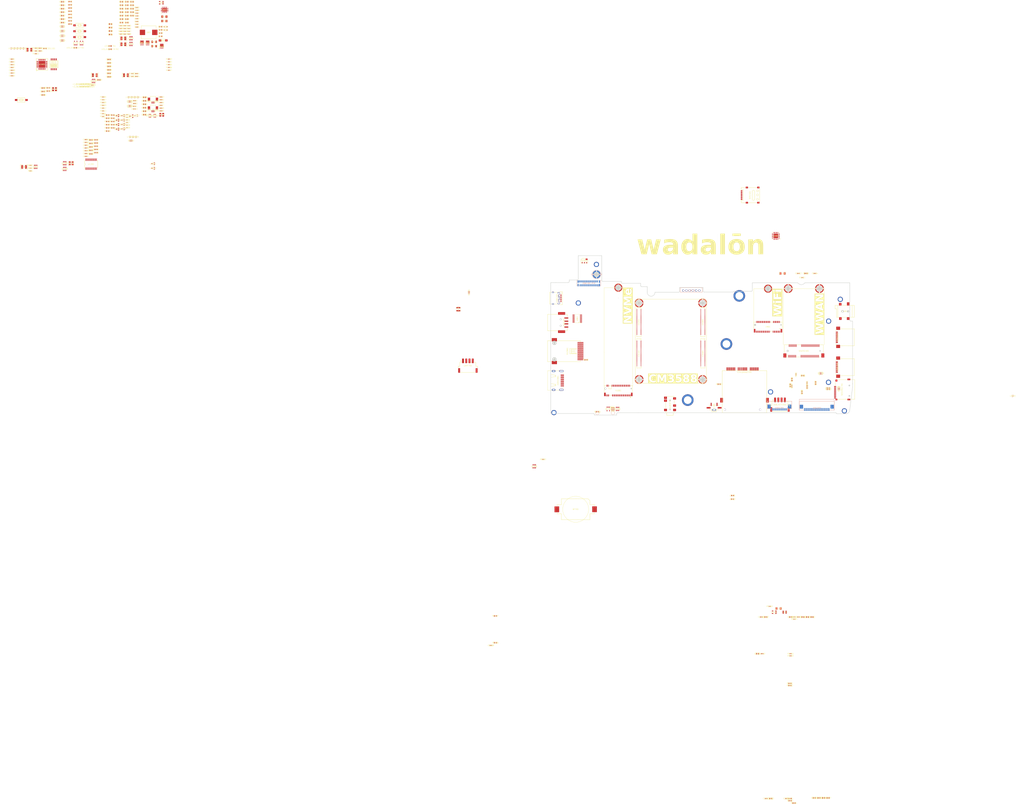
<source format=kicad_pcb>
(kicad_pcb
	(version 20241229)
	(generator "pcbnew")
	(generator_version "9.0")
	(general
		(thickness 1.6)
		(legacy_teardrops no)
	)
	(paper "A4")
	(layers
		(0 "F.Cu" signal "Top Layer")
		(4 "In1.Cu" signal "Inner1")
		(6 "In2.Cu" signal "Inner2")
		(2 "B.Cu" signal "Bottom Layer")
		(9 "F.Adhes" user "F.Adhesive")
		(11 "B.Adhes" user "B.Adhesive")
		(13 "F.Paste" user "Top Paste Mask Layer")
		(15 "B.Paste" user "Bottom Paste Mask Layer")
		(5 "F.SilkS" user "Top Silkscreen Layer")
		(7 "B.SilkS" user "Bottom Silkscreen Layer")
		(1 "F.Mask" user "Top Solder Mask Layer")
		(3 "B.Mask" user "Bottom Solder Mask Layer")
		(17 "Dwgs.User" user "Document Layer")
		(19 "Cmts.User" user "User.Comments")
		(21 "Eco1.User" user "User.Eco1")
		(23 "Eco2.User" user "Mechanical Layer")
		(25 "Edge.Cuts" user "Edge Cuts")
		(27 "Margin" user)
		(31 "F.CrtYd" user "F.Courtyard")
		(29 "B.CrtYd" user "B.Courtyard")
		(35 "F.Fab" user "Top Assembly Layer")
		(33 "B.Fab" user "Bottom Assembly Layer")
		(39 "User.1" user "Ratline Layer")
		(41 "User.2" user "Component Shape Layer")
		(43 "User.3" user "Component Marking Layer")
		(45 "User.4" user "3D Shell Outline Layer")
		(47 "User.5" user "3D Shell Top Layer")
		(49 "User.6" user "3D Shell Bottom Layer")
		(51 "User.7" user "Drill Drawing Layer")
	)
	(setup
		(pad_to_mask_clearance 0)
		(allow_soldermask_bridges_in_footprints no)
		(tenting front back)
		(aux_axis_origin 20 60)
		(pcbplotparams
			(layerselection 0x00000000_00000000_55555555_5755f5ff)
			(plot_on_all_layers_selection 0x00000000_00000000_00000000_00000000)
			(disableapertmacros no)
			(usegerberextensions no)
			(usegerberattributes yes)
			(usegerberadvancedattributes yes)
			(creategerberjobfile yes)
			(dashed_line_dash_ratio 12.000000)
			(dashed_line_gap_ratio 3.000000)
			(svgprecision 4)
			(plotframeref no)
			(mode 1)
			(useauxorigin no)
			(hpglpennumber 1)
			(hpglpenspeed 20)
			(hpglpendiameter 15.000000)
			(pdf_front_fp_property_popups yes)
			(pdf_back_fp_property_popups yes)
			(pdf_metadata yes)
			(pdf_single_document no)
			(dxfpolygonmode yes)
			(dxfimperialunits yes)
			(dxfusepcbnewfont yes)
			(psnegative no)
			(psa4output no)
			(plot_black_and_white yes)
			(plotinvisibletext no)
			(sketchpadsonfab no)
			(plotpadnumbers no)
			(hidednponfab no)
			(sketchdnponfab yes)
			(crossoutdnponfab yes)
			(subtractmaskfromsilk no)
			(outputformat 1)
			(mirror no)
			(drillshape 1)
			(scaleselection 1)
			(outputdirectory "")
		)
	)
	(net 0 "")
	(net 1 "GND")
	(net 2 "+3.3V")
	(net 3 "+5V_CURR2")
	(net 4 "I2C1_SCL")
	(net 5 "I2C1_SDA")
	(net 6 "PWR_BTN_H")
	(net 7 "+3.3V_KEY")
	(net 8 "GND_KEY")
	(net 9 "USB_KEYBOARD_DM")
	(net 10 "USB_KEYBOARD_DP")
	(net 11 "USB_LTE_DM")
	(net 12 "USB_LTE_DP")
	(net 13 "COL1")
	(net 14 "COL2")
	(net 15 "COL3")
	(net 16 "COL4")
	(net 17 "COL5")
	(net 18 "COL6")
	(net 19 "COL7")
	(net 20 "COL8")
	(net 21 "COL9")
	(net 22 "COL10")
	(net 23 "COL11")
	(net 24 "COL12")
	(net 25 "ROW8")
	(net 26 "ROW7")
	(net 27 "ROW6")
	(net 28 "ROW5")
	(net 29 "ROW4")
	(net 30 "ROW3")
	(net 31 "ROW2")
	(net 32 "ROW1")
	(net 33 "PWRON_L")
	(net 34 "+12V")
	(net 35 "UART2_RX_M0_DEBUG")
	(net 36 "LED3_25GLAN_25GLED")
	(net 37 "LED2_25GLAN_1GLED")
	(net 38 "P25G_MDI0_P")
	(net 39 "P25G_MDI0_N")
	(net 40 "P25G_MDI1_P")
	(net 41 "P25G_MDI1_N")
	(net 42 "P25G_MDI2_P")
	(net 43 "P25G_MDI2_N")
	(net 44 "P25G_MDI3_P")
	(net 45 "P25G_MDI3_N")
	(net 46 "MIPI_CSI1_RX_D0_N")
	(net 47 "MIPI_CSI1_RX_D0_P")
	(net 48 "MIPI_CSI1_RX_D1_N")
	(net 49 "MIPI_CSI1_RX_D1_P")
	(net 50 "MIPI_CSI1_RX_CLK0_N")
	(net 51 "MIPI_CSI1_RX_CLK0_P")
	(net 52 "MIPI_CSI1_RX_D2_N")
	(net 53 "MIPI_CSI1_RX_D2_P")
	(net 54 "MIPI_CSI1_RX_D3_N")
	(net 55 "MIPI_CSI1_RX_D3_P")
	(net 56 "PMIC_EXT_EN_OUT")
	(net 57 "BOOT_SARADAC_IN0")
	(net 58 "UART2_TX_M0_DEBUG")
	(net 59 "VDC_MODE")
	(net 60 "RESET_L")
	(net 61 "TYPEC1_SSRX1_N")
	(net 62 "TYPEC1_SSRX1_P")
	(net 63 "TYPEC1_SSTX1_N")
	(net 64 "TYPEC1_SSTX1_P")
	(net 65 "TYPEC0_SSRX1_N")
	(net 66 "TYPEC0_SSRX1_P")
	(net 67 "TYPEC0_SSTX1_N")
	(net 68 "TYPEC0_SSTX1_P")
	(net 69 "TYPEC0_SSRX2_N")
	(net 70 "TYPEC0_SSRX2_P")
	(net 71 "TYPEC0_SSTX2_N")
	(net 72 "TYPEC0_SSTX2_P")
	(net 73 "MIPI_DPHY0_TX_D0_N")
	(net 74 "MIPI_DPHY0_TX_D0_P")
	(net 75 "MIPI_DPHY0_TX_D1_N")
	(net 76 "MIPI_DPHY0_TX_D1_P")
	(net 77 "MIPI_DPHY0_TX_CLK_N")
	(net 78 "MIPI_DPHY0_TX_CLK_P")
	(net 79 "MIPI_DPHY0_TX_D2_N")
	(net 80 "MIPI_DPHY0_TX_D2_P")
	(net 81 "MIPI_DPHY0_TX_D3_N")
	(net 82 "MIPI_DPHY0_TX_D3_P")
	(net 83 "I2C7_SCL_M0")
	(net 84 "I2C7_SDA_M0")
	(net 85 "HPR")
	(net 86 "RECOVERY")
	(net 87 "MIC_IN")
	(net 88 "HPL")
	(net 89 "GND_AUDIO")
	(net 90 "PWR_BTN_L")
	(net 91 "PCIE30_PORT0_TX0_P")
	(net 92 "PCIE30_PORT0_TX0_N")
	(net 93 "PCIE30_PORT0_TX1_P")
	(net 94 "PCIE30_PORT0_TX1_N")
	(net 95 "PCIE30_PORT1_RX2_P")
	(net 96 "PCIE30_PORT1_RX2_N")
	(net 97 "PCIE30_PORT1_RX3_P")
	(net 98 "PCIE30_PORT1_RX3_N")
	(net 99 "PCIE30_PORT1_TX2_P")
	(net 100 "PCIE30_PORT1_TX2_N")
	(net 101 "PCIE30_PORT1_TX3_P")
	(net 102 "PCIE30_PORT1_TX3_N")
	(net 103 "PCIE30_PORT1_REFCLK_IN_P")
	(net 104 "PCIE30_PORT1_REFCLK_IN_N")
	(net 105 "I2C6_SCL_M0")
	(net 106 "I2C6_SDA_M0")
	(net 107 "VBAT_RTC")
	(net 108 "HDMITX1_HPDIN_M0")
	(net 109 "HDMITX0_HPDIN_M0")
	(net 110 "USB30_2_SSTX_N")
	(net 111 "USB30_2_SSTX_P")
	(net 112 "USB30_2_SSRX_N")
	(net 113 "USB30_2_SSRX_P")
	(net 114 "PCIE30_PORT0_REFCLK_IN_N")
	(net 115 "PCIE30_PORT0_REFCLK_IN_P")
	(net 116 "PCIE30_PORT0_RX1_N")
	(net 117 "PCIE30_PORT0_RX1_P")
	(net 118 "PCIE30_PORT0_RX0_N")
	(net 119 "PCIE30_PORT0_RX0_P")
	(net 120 "HDMI_RX_D2_P")
	(net 121 "HDMI_RX_D2_N")
	(net 122 "HDMI_RX_D1_P")
	(net 123 "HDMI_RX_D1_N")
	(net 124 "HDMI_RX_D0_P")
	(net 125 "HDMI_RX_D0_N")
	(net 126 "HDMI_RX_CLK_P")
	(net 127 "HDMI_RX_CLK_N")
	(net 128 "SDMMC0_D2")
	(net 129 "SDMMC0_D3")
	(net 130 "SDMMC0_CMD")
	(net 131 "VCC3V3_SD_S0")
	(net 132 "SD_CLK")
	(net 133 "SDMMC0_D0")
	(net 134 "SDMMC0_D1")
	(net 135 "HDMI_RX_SCL_M1")
	(net 136 "HDMI_RX_SDA_M1")
	(net 137 "HDMI_RX_CEC")
	(net 138 "HDMIIRX_HPDOUT_H")
	(net 139 "GPIO3_B2")
	(net 140 "GPIO3_B3")
	(net 141 "HDMI1_ON_H")
	(net 142 "HDMI1_CEC_M2")
	(net 143 "HDMI1_SDA_M1")
	(net 144 "HDMI1_SCL_M1")
	(net 145 "HDMI0_ON_H")
	(net 146 "HDMI0_CEC_M0")
	(net 147 "HDMI0_SDA_M0")
	(net 148 "HDMI0_SCL_M0")
	(net 149 "HDMI0_TX_SBD_N")
	(net 150 "HDMI0_TX_SBD_P")
	(net 151 "HDMI0_TX3_N")
	(net 152 "HDMI0_TX3_P")
	(net 153 "HDMI0_TX0_N")
	(net 154 "HDMI0_TX0_P")
	(net 155 "HDMI0_TX1_N")
	(net 156 "HDMI0_TX1_P")
	(net 157 "HDMI0_TX2_N")
	(net 158 "HDMI0_TX2_P")
	(net 159 "HDMI1_TX_SBD_N")
	(net 160 "HDMI1_TX_SBD_P")
	(net 161 "HDMI1_TX3_N")
	(net 162 "HDMI1_TX3_P")
	(net 163 "HDMI1_TX0_N")
	(net 164 "HDMI1_TX0_P")
	(net 165 "HDMI1_TX1_N")
	(net 166 "HDMI1_TX1_P")
	(net 167 "HDMI1_TX2_N")
	(net 168 "HDMI1_TX2_P")
	(net 169 "TYPEC0_SBU2_OUT")
	(net 170 "TYPEC0_SBU1_OUT")
	(net 171 "TYPEC0_OTG_DP")
	(net 172 "TYPEC0_OTG_DM")
	(net 173 "TYPEC1_OTG_DP")
	(net 174 "TYPEC1_OTG_DM")
	(net 175 "USB20_HOST0_DP")
	(net 176 "USB20_HOST0_DM")
	(net 177 "USB20_HOST1_DM")
	(net 178 "USB20_HOST1_DP")
	(net 179 "+3.3V_CFEXPRESS")
	(net 180 "PCIE30_REFCLK_A_N")
	(net 181 "PCIE30_REFCLK_A_P")
	(net 182 "Net-(U901-SW)")
	(net 183 "Net-(U901-VBST)")
	(net 184 "+1.5V_WWAN")
	(net 185 "+3.3V_WWAN")
	(net 186 "+3.3V_WIFI")
	(net 187 "Net-(U901-VFB)")
	(net 188 "Net-(U1401-FB)")
	(net 189 "Net-(U1402-SW)")
	(net 190 "Net-(U1402-VBST)")
	(net 191 "+1.8V")
	(net 192 "PCIE20_1_REFCLKN")
	(net 193 "PCIE20_1_REFCLKP")
	(net 194 "+3.3V_NVME")
	(net 195 "Net-(U1402-VFB)")
	(net 196 "Net-(U1601-MICBIAS)")
	(net 197 "Net-(U1601-VMID)")
	(net 198 "Net-(U1601-RINPUT1)")
	(net 199 "Net-(C1605-Pad1)")
	(net 200 "Net-(MIC1601-OUT)")
	(net 201 "unconnected-(D2001-I{slash}O_3-Pad4)")
	(net 202 "unconnected-(D2001-GND-Pad8)")
	(net 203 "unconnected-(D2001-I{slash}O_4-Pad5)")
	(net 204 "Net-(C1301-Pad1)")
	(net 205 "Net-(U1401-LX)")
	(net 206 "Net-(C1610-Pad1)")
	(net 207 "Net-(MIC1602-OUT)")
	(net 208 "Net-(U901-EN)")
	(net 209 "Net-(U1001-EN)")
	(net 210 "GPIO1_B0{slash}CFEXPRESS_INSERT")
	(net 211 "GPIO4_B5{slash}M2_A_CLKREQ_L")
	(net 212 "Net-(SW1101-1)")
	(net 213 "GPIO0_D5{slash}CFEXPRESS_EJECT")
	(net 214 "Net-(LED_CFEXPRESS1101-K)")
	(net 215 "Net-(U1301-PGAND)")
	(net 216 "Net-(U1402-EN)")
	(net 217 "GPIO2_C3{slash}PCM_IN{slash}I2S_SD_IN")
	(net 218 "Net-(U1601-ADCDAT)")
	(net 219 "Net-(U1601-DACDAT)")
	(net 220 "GPIO4_C3{slash}PCM_OUT{slash}I2S_SD_OUT")
	(net 221 "Net-(U1601-BCLK)")
	(net 222 "/I2S Audiocodec WM8960/I2S_ADC")
	(net 223 "GPIO2_C0{slash}PCM_SYNC{slash}I2S_WS")
	(net 224 "Net-(U1601-ADCLRC)")
	(net 225 "Net-(X1601-OUTPUT)")
	(net 226 "Net-(U1601-MCLK)")
	(net 227 "Net-(D1701-I{slash}O_1)")
	(net 228 "Net-(D1701-I{slash}O_2)")
	(net 229 "GPIO3_D0{slash}I2C5_SDA_M0_TP")
	(net 230 "GPIO3_C7{slash}I2C5_SCL_M0_TP")
	(net 231 "Net-(RJ2001-LED2+{slash}LED2-)")
	(net 232 "Net-(R2001-Pad1)")
	(net 233 "Net-(RJ2001-LED1+)")
	(net 234 "unconnected-(U801-S1-Pad3)")
	(net 235 "unconnected-(U801-S2-Pad4)")
	(net 236 "unconnected-(U801-X2-Pad6)")
	(net 237 "unconnected-(U801-VDDXD-Pad1)")
	(net 238 "unconnected-(U801-X1-Pad5)")
	(net 239 "unconnected-(U801-S0-Pad2)")
	(net 240 "Net-(U1001-SW)")
	(net 241 "Net-(U1101-VFB)")
	(net 242 "Net-(U1101-SW)")
	(net 243 "Net-(U1101-EN)")
	(net 244 "GPIO3_B7{slash}CFEXPRESS_LED")
	(net 245 "Net-(LED_CFEXPRESS1101-A)")
	(net 246 "unconnected-(U1601-LINPUT3{slash}JD2-Pad2)")
	(net 247 "unconnected-(U1601-LINPUT2-Pad3)")
	(net 248 "Net-(U1601-LINPUT1)")
	(net 249 "unconnected-(AUDIO701-Pad5)")
	(net 250 "unconnected-(AUDIO701-Pad2)")
	(net 251 "unconnected-(AUDIO701-Pad6)")
	(net 252 "unconnected-(AUDIO701-Pad1)")
	(net 253 "unconnected-(AUDIO701-Pad3)")
	(net 254 "unconnected-(AUDIO701-Pad4)")
	(net 255 "Net-(U601-NTC)")
	(net 256 "Net-(U601-BATSENS+)")
	(net 257 "unconnected-(BT701-Pad2)")
	(net 258 "unconnected-(BT701-Pad3)")
	(net 259 "Net-(D601-C)")
	(net 260 "Net-(Q602-G)")
	(net 261 "Net-(Q602-D)")
	(net 262 "Net-(C607-Pad2)")
	(net 263 "Net-(U601-BOOST)")
	(net 264 "Net-(U601-CELLS1)")
	(net 265 "Net-(U601-CELLS0)")
	(net 266 "Net-(U602-SW)")
	(net 267 "Net-(U602-VBST)")
	(net 268 "Net-(U602-VFB)")
	(net 269 "Net-(U604-SW)")
	(net 270 "Net-(U604-VBST)")
	(net 271 "<NO NET>")
	(net 272 "Net-(U604-VFB)")
	(net 273 "Net-(U1001-VBST)")
	(net 274 "Net-(U1001-VFB)")
	(net 275 "Net-(U1101-VBST)")
	(net 276 "Net-(U1301-X2)")
	(net 277 "Net-(U1301-X1)")
	(net 278 "Net-(U1301-RESET#)")
	(net 279 "Net-(U1501-XTAL1)")
	(net 280 "Net-(U1501-UCap)")
	(net 281 "Net-(U1501-XTAL2)")
	(net 282 "/HDMI Connector/HDMI_5V")
	(net 283 "Net-(CFexpress1101-PETn0)")
	(net 284 "unconnected-(CFexpress1101-RESERVED-Pad8)")
	(net 285 "Net-(CFexpress1101-REFCLK+)")
	(net 286 "Net-(CFexpress1101-PERn0)")
	(net 287 "Net-(CFexpress1101-REFCLK-)")
	(net 288 "GPIO4_B6{slash}M2_A_PERST_L")
	(net 289 "Net-(CFexpress1101-PERp1)")
	(net 290 "Net-(CFexpress1101-PETp0)")
	(net 291 "Net-(CFexpress1101-PERn1)")
	(net 292 "Net-(CFexpress1101-PETp1)")
	(net 293 "Net-(CFexpress1101-PETn1)")
	(net 294 "Net-(CFexpress1101-PERp0)")
	(net 295 "unconnected-(CFexpress1101-RESERVED-Pad7)")
	(net 296 "GPIO2_B5{slash}FSPI_RESET")
	(net 297 "unconnected-(CN201-Pad99)")
	(net 298 "GPIO2_B3{slash}FSPI_CLK_M1")
	(net 299 "GPIO2_C1{slash}MIPI_CAM2_RESET_L")
	(net 300 "GPIO2_A7{slash}FSPI_D1_M1")
	(net 301 "MIPI_CSI1_RX_CLK1_N")
	(net 302 "unconnected-(CN201-Pad97)")
	(net 303 "unconnected-(CN201-Pad50)")
	(net 304 "GPIO1_B7{slash}MIPI_CAM2_CLKOUT")
	(net 305 "unconnected-(CN201-Pad42)")
	(net 306 "unconnected-(CN201-Pad62)")
	(net 307 "unconnected-(CN201-Pad66)")
	(net 308 "unconnected-(CN201-Pad71)")
	(net 309 "unconnected-(CN201-Pad31)")
	(net 310 "unconnected-(CN201-Pad36)")
	(net 311 "unconnected-(CN201-Pad44)")
	(net 312 "unconnected-(CN201-Pad68)")
	(net 313 "GPIO2_B4{slash}FSPI_WAKE")
	(net 314 "unconnected-(CN201-Pad48)")
	(net 315 "MIPI_CSI1_RX_CLK1_P")
	(net 316 "unconnected-(CN201-Pad60)")
	(net 317 "GPIO2_B0{slash}FSPI_D2_M1")
	(net 318 "GPIO4_C5{slash}MIPI_CAM1_PDN_L{slash}BT_WAKE_L")
	(net 319 "GPIO2_B2{slash}FSPI_CMD")
	(net 320 "GPIO2_B1{slash}FSPI_D3_M1")
	(net 321 "GPIO2_C2{slash}MIPI_CAM2_PDN_L")
	(net 322 "GPIO4_C4{slash}MIPI_CAM1_RESET_L{slash}WIFI_DISABLE")
	(net 323 "unconnected-(CN201-Pad14)")
	(net 324 "unconnected-(CN201-Pad54)")
	(net 325 "unconnected-(CN201-Pad26)")
	(net 326 "GPIO2_A6{slash}FSPI_D0_M1")
	(net 327 "unconnected-(CN201-Pad29)")
	(net 328 "unconnected-(CN201-Pad56)")
	(net 329 "unconnected-(CN201-Pad38)")
	(net 330 "unconnected-(CN301-Pad85)")
	(net 331 "unconnected-(CN301-Pad56)")
	(net 332 "unconnected-(CN301-Pad26)")
	(net 333 "unconnected-(CN301-Pad24)")
	(net 334 "unconnected-(CN301-Pad77)")
	(net 335 "unconnected-(CN301-Pad80)")
	(net 336 "unconnected-(CN301-Pad83)")
	(net 337 "unconnected-(CN301-Pad17)")
	(net 338 "unconnected-(CN301-Pad78)")
	(net 339 "unconnected-(CN301-Pad72)")
	(net 340 "unconnected-(CN301-Pad86)")
	(net 341 "unconnected-(CN301-Pad32)")
	(net 342 "unconnected-(CN301-Pad12)")
	(net 343 "unconnected-(CN301-Pad48)")
	(net 344 "GPIO1_C4{slash}HP_DET_L")
	(net 345 "unconnected-(CN301-Pad66)")
	(net 346 "unconnected-(CN301-Pad20)")
	(net 347 "unconnected-(CN301-Pad68)")
	(net 348 "unconnected-(CN301-Pad19)")
	(net 349 "unconnected-(CN301-Pad54)")
	(net 350 "unconnected-(CN301-Pad30)")
	(net 351 "unconnected-(CN301-Pad74)")
	(net 352 "unconnected-(CN301-Pad36)")
	(net 353 "unconnected-(CN301-Pad60)")
	(net 354 "unconnected-(CN301-Pad42)")
	(net 355 "unconnected-(CN301-Pad38)")
	(net 356 "unconnected-(CN301-Pad14)")
	(net 357 "unconnected-(CN301-Pad50)")
	(net 358 "unconnected-(CN301-Pad44)")
	(net 359 "unconnected-(CN301-Pad13)")
	(net 360 "unconnected-(CN301-Pad62)")
	(net 361 "unconnected-(CN301-Pad79)")
	(net 362 "unconnected-(CN301-Pad11)")
	(net 363 "unconnected-(CN301-Pad18)")
	(net 364 "unconnected-(CN301-Pad84)")
	(net 365 "unconnected-(CN401-Pad27)")
	(net 366 "GPIO0_C4{slash}UART0_RX_M0")
	(net 367 "GPIO1_A1{slash}UART6_TX_M1")
	(net 368 "unconnected-(CN401-Pad51)")
	(net 369 "GPIO1_B3{slash}SPI0_CLK_M2{slash}UART4_TX_M2")
	(net 370 "GPIO1_A7{slash}CFEXPRESS_PWREN")
	(net 371 "GPIO0_C6{slash}PWM5_M1")
	(net 372 "GPIO1_A4{slash}USB2_PWREN")
	(net 373 "unconnected-(CN401-Pad43)")
	(net 374 "PCIE20_1_TXN{slash}SATA30_1_TXN")
	(net 375 "GPIO4_A2{slash}M2_E_PERST_L")
	(net 376 "GPIO1_A3{slash}I2C4_SCL_M3_TP{slash}UART6_CTS")
	(net 377 "GPIO1_D7{slash}I2C8_SDA_M2")
	(net 378 "GPIO1_B1{slash}SPI0_MISO_M2")
	(net 379 "GPIO1_D3{slash}PWM1_M1")
	(net 380 "GPIO3_C3{slash}PWM15_IR_M0")
	(net 381 "GPIO4_B0{slash}USB3_TYPEC1_PWREN")
	(net 382 "GPIO0_C5{slash}UART0_TX_M0{slash}PWM4_M0{slash}UART6_WAKE#")
	(net 383 "unconnected-(CN401-Pad45)")
	(net 384 "PCIE20_1_TXP{slash}SATA30_1_TXP")
	(net 385 "GPIO1_B2{slash}SPI0_MOSI_M2{slash}UART4_RX_M2")
	(net 386 "GPIO3_C1{slash}TP_RST_L")
	(net 387 "GPIO1_D6{slash}I2C8_SCL_M2")
	(net 388 "GPIO1_A2{slash}I2C4_SDA_M3_TP{slash}UART6_RTS")
	(net 389 "GPIO1_B5{slash}SPI0_CS1_M0{slash}UART7_TX_M2")
	(net 390 "unconnected-(CN401-Pad53)")
	(net 391 "unconnected-(CN401-Pad29)")
	(net 392 "GPIO1_B4{slash}SPI0_CS0_M2{slash}UART7_RX_M2")
	(net 393 "GPIO1_D5{slash}HDMIIRX_DET_L")
	(net 394 "GPIO4_B3{slash}M2_C_PERST_L")
	(net 395 "unconnected-(CN401-Pad57)")
	(net 396 "GPIO0_D4{slash}PWM3_IR_M0")
	(net 397 "GPIO1_D2{slash}TYPEC5V_PWREN_H")
	(net 398 "PCIE20_1_RXP{slash}SATA30_1_RXP")
	(net 399 "GPIO3_C0{slash}TP_INT_L")
	(net 400 "GPIO1_A0{slash}UART6_RX_M1")
	(net 401 "unconnected-(CN401-Pad47)")
	(net 402 "GPIO3_C2{slash}PWM14_M0")
	(net 403 "PCIE20_1_RXN{slash}SATA30_1_RXN")
	(net 404 "GPIO4_B4{slash}M2_B_PERST_L")
	(net 405 "GPIO0_D3{slash}CC_INT_L")
	(net 406 "GPIO3_A5{slash}USB3_2_PWREN")
	(net 407 "unconnected-(CN501-Pad12)")
	(net 408 "GPIO3_A4{slash}SPI4_CS1_M1")
	(net 409 "GPIO0_A4{slash}SDMMC_DET_L")
	(net 410 "GPIO3_B0{slash}PWM9_M0")
	(net 411 "GPIO3_A0{slash}SPI4_MISO_M1{slash}PWM10_M0")
	(net 412 "GPIO3_B4{slash}BT_REG_ON")
	(net 413 "GPIO3_A6{slash}LCD_RST")
	(net 414 "GPIO3_A2{slash}SPI4_CLK_M1{slash}UART8_TX_M1")
	(net 415 "unconnected-(CN501-Pad10)")
	(net 416 "GPIO3_B5{slash}UART3_TX_M1{slash}PWM12_M0")
	(net 417 "unconnected-(CN501-Pad85)")
	(net 418 "GPIO3_A3{slash}SPI4_CS0_M1{slash}UART8_RX_M1")
	(net 419 "GPIO3_A7{slash}PWM8_M0")
	(net 420 "GPIO3_B6{slash}UART3_RX_M1{slash}PWM13_M0")
	(net 421 "GPIO3_B1{slash}PWM2_M1{slash}LCD_BL")
	(net 422 "GPIO3_A1{slash}SPI4_MOSI_M1")
	(net 423 "unconnected-(D601-A-Pad2)")
	(net 424 "Net-(D602-K)")
	(net 425 "Net-(D602-A)")
	(net 426 "Net-(D603-K)")
	(net 427 "Net-(D603-A)")
	(net 428 "unconnected-(D1103-NC-Pad9)")
	(net 429 "unconnected-(D1103-I{slash}O_1-Pad1)")
	(net 430 "unconnected-(D1103-I{slash}O_2-Pad2)")
	(net 431 "unconnected-(D1103-NC-Pad10)")
	(net 432 "Net-(D1701-I{slash}O_3)")
	(net 433 "Net-(D1702-I{slash}O_1)")
	(net 434 "Net-(D1702-I{slash}O_3)")
	(net 435 "Net-(D1702-I{slash}O_2)")
	(net 436 "Net-(D1702-I{slash}O_4)")
	(net 437 "Net-(D1901-K)")
	(net 438 "/HDMI Connector/HDMI_CEC")
	(net 439 "unconnected-(D1905-A-Pad1)")
	(net 440 "/HDMI Connector/HDMI_SCL")
	(net 441 "/HDMI Connector/HDMI_SDA")
	(net 442 "Net-(D1909-A)")
	(net 443 "Net-(D1910-K)")
	(net 444 "unconnected-(D2002-I{slash}O_4-Pad5)")
	(net 445 "unconnected-(D2002-I{slash}O_3-Pad4)")
	(net 446 "unconnected-(D2002-GND-Pad8)")
	(net 447 "Net-(DC601-Pad2)")
	(net 448 "unconnected-(FPC1501-Pad21)")
	(net 449 "unconnected-(FPC1501-Pad20)")
	(net 450 "unconnected-(FPC1501-Pad10)")
	(net 451 "unconnected-(FPC1501-Pad19)")
	(net 452 "unconnected-(FPC1501-Pad12)")
	(net 453 "unconnected-(FPC1501-Pad7)")
	(net 454 "unconnected-(FPC1501-Pad22)")
	(net 455 "unconnected-(FPC1501-Pad8)")
	(net 456 "unconnected-(FPC1502-Pad3)")
	(net 457 "unconnected-(FPC1502-Pad12)")
	(net 458 "unconnected-(FPC1502-Pad13)")
	(net 459 "unconnected-(FPC1502-Pad10)")
	(net 460 "unconnected-(FPC1502-Pad14)")
	(net 461 "/HDMI Connector/HDMI_TX2_N")
	(net 462 "/HDMI Connector/HDMI_CLK_N")
	(net 463 "/HDMI Connector/HDMI_CLK_P")
	(net 464 "/HDMI Connector/HDMI_TX1_N")
	(net 465 "/HDMI Connector/HDMI_TX2_P")
	(net 466 "/HDMI Connector/HDMI_TX1_P")
	(net 467 "/HDMI Connector/HDMI_TX0_P")
	(net 468 "/HDMI Connector/HDMI_TX0_N")
	(net 469 "/2.5GB Ethernet Connector/TD4_N")
	(net 470 "/2.5GB Ethernet Connector/TD4_P")
	(net 471 "/2.5GB Ethernet Connector/TD3_N")
	(net 472 "/2.5GB Ethernet Connector/TD3_P")
	(net 473 "/2.5GB Ethernet Connector/TD2_P")
	(net 474 "/2.5GB Ethernet Connector/TD2_N")
	(net 475 "/2.5GB Ethernet Connector/TD1_P")
	(net 476 "/2.5GB Ethernet Connector/TD1_N")
	(net 477 "Net-(LED_ACT701-K)")
	(net 478 "Net-(LED_CHRG_ACT701-A)")
	(net 479 "Net-(LED_CHRG_ACT701-K)")
	(net 480 "Net-(LED_CHRG_FIN701-K)")
	(net 481 "Net-(LED_CHRG_FIN701-A)")
	(net 482 "unconnected-(MIPI_DSI1801-Pad13)")
	(net 483 "unconnected-(MOUNT201-Pad1)")
	(net 484 "unconnected-(MOUNT202-Pad1)")
	(net 485 "unconnected-(MOUNT203-Pad1)")
	(net 486 "unconnected-(MOUNT204-Pad1)")
	(net 487 "unconnected-(MOUNT901-Pad1)")
	(net 488 "unconnected-(MOUNT1001-Pad1)")
	(net 489 "Net-(Q601-G)")
	(net 490 "Net-(Q603-G)")
	(net 491 "Net-(Q1902-G)")
	(net 492 "Net-(Q1903-D)")
	(net 493 "Net-(Q1904-D)")
	(net 494 "Net-(Q1905-D)")
	(net 495 "Net-(Q1906-G)")
	(net 496 "Net-(Q1907-G)")
	(net 497 "Net-(Q1908-D)")
	(net 498 "Net-(R605-Pad1)")
	(net 499 "Net-(U601-NTCBIAS)")
	(net 500 "Net-(U601-RT)")
	(net 501 "Net-(U602-EN)")
	(net 502 "Net-(U603-EN)")
	(net 503 "Net-(U604-EN)")
	(net 504 "unconnected-(R703-Pad2)")
	(net 505 "Net-(R706-Pad2)")
	(net 506 "Net-(R707-Pad2)")
	(net 507 "Net-(R708-Pad2)")
	(net 508 "unconnected-(R904-Pad1)")
	(net 509 "Net-(U1301-PSELF)")
	(net 510 "Net-(U1301-RREF)")
	(net 511 "Net-(U1302-ILIM)")
	(net 512 "/USB 2 Hub & Connectors/FAULT2#")
	(net 513 "Net-(U1501-PE2(HWB#))")
	(net 514 "Net-(U1501-RESET#)")
	(net 515 "unconnected-(RJ2001-VCC-PadR1)")
	(net 516 "unconnected-(SDCARD1701-EP-Pad11)")
	(net 517 "unconnected-(SDCARD1701-EP-Pad10)")
	(net 518 "unconnected-(SDCARD1701-EP-Pad12)")
	(net 519 "unconnected-(SDCARD1701-EP-Pad13)")
	(net 520 "unconnected-(SDCARD1701-CD-Pad9)")
	(net 521 "unconnected-(SDCARD1701-DAT0-Pad7)")
	(net 522 "unconnected-(SDCARD1701-DAT1-Pad8)")
	(net 523 "Net-(SIM1401-VCC)")
	(net 524 "Net-(SIM1401-CLK)")
	(net 525 "Net-(SIM1401-Vpp)")
	(net 526 "Net-(SIM1401-I{slash}O)")
	(net 527 "Net-(SIM1401-RST)")
	(net 528 "Net-(U1601-SPK_LP)")
	(net 529 "Net-(U1601-SPK_LN)")
	(net 530 "Net-(U1601-SPK_RP)")
	(net 531 "Net-(U1601-SPK_RN)")
	(net 532 "/Keyboard/USB_KEYBOARD_INT_DP")
	(net 533 "/Keyboard/USB_KEYBOARD_INT_DM")
	(net 534 "unconnected-(U601-SMBALERT#-Pad12)")
	(net 535 "unconnected-(U601-SYNC-Pad16)")
	(net 536 "unconnected-(U603-BP-Pad4)")
	(net 537 "unconnected-(U701-A-Pad2)")
	(net 538 "unconnected-(U702-A-Pad2)")
	(net 539 "unconnected-(U703-GND-Pad3)")
	(net 540 "unconnected-(U703-EH-Pad4)")
	(net 541 "unconnected-(U703-OUT-Pad1)")
	(net 542 "unconnected-(U703-VCC-Pad2)")
	(net 543 "unconnected-(U801-CLK0-Pad20)")
	(net 544 "unconnected-(U801-CLK2-Pad14)")
	(net 545 "unconnected-(U801-OE-Pad8)")
	(net 546 "unconnected-(U801-#CLK1-Pad17)")
	(net 547 "unconnected-(U801-CLK3-Pad12)")
	(net 548 "unconnected-(U801-#CLK0-Pad19)")
	(net 549 "unconnected-(U801-GNDODA-Pad16)")
	(net 550 "unconnected-(U801-IREF-Pad10)")
	(net 551 "unconnected-(U801-#CLK2-Pad13)")
	(net 552 "unconnected-(U801-#CLK3-Pad11)")
	(net 553 "unconnected-(U801-CLK1-Pad18)")
	(net 554 "unconnected-(U801-#PD-Pad7)")
	(net 555 "unconnected-(U801-GNDXD-Pad9)")
	(net 556 "unconnected-(U801-VDDODA-Pad15)")
	(net 557 "unconnected-(U1301-PWREN1#-Pad22)")
	(net 558 "unconnected-(U1301-OVCUR1#-Pad21)")
	(net 559 "Net-(U1301-DP3)")
	(net 560 "unconnected-(U1301-DP4-Pad12)")
	(net 561 "Net-(U1301-DM3)")
	(net 562 "unconnected-(U1301-DM4-Pad11)")
	(net 563 "unconnected-(U1301-PWREN2#-Pad20)")
	(net 564 "unconnected-(U1303-IO4-Pad6)")
	(net 565 "unconnected-(U1303-IO1-Pad1)")
	(net 566 "unconnected-(U1501-PB4(PCINT4{slash}ADC11)-Pad28)")
	(net 567 "unconnected-(U1501-PF1(ADC1)-Pad40)")
	(net 568 "unconnected-(U1501-PE6(INT.6{slash}AIN0)-Pad1)")
	(net 569 "unconnected-(U1501-PD7(T0{slash}OC4D{slash}ADC10)-Pad27)")
	(net 570 "unconnected-(U1501-PF0(ADC0)-Pad41)")
	(net 571 "unconnected-(U1601-HP_R-Pad29)")
	(net 572 "unconnected-(U1601-RINPUT2-Pad6)")
	(net 573 "unconnected-(U1601-RINPUT3{slash}JD3-Pad7)")
	(net 574 "unconnected-(U1601-HP_L-Pad31)")
	(net 575 "unconnected-(U1601-OUT3-Pad30)")
	(net 576 "unconnected-(UART701-Pad2)")
	(net 577 "unconnected-(UART701-Pad3)")
	(net 578 "unconnected-(UART701-Pad1)")
	(net 579 "unconnected-(UART701-Pad5)")
	(net 580 "unconnected-(UART701-Pad6)")
	(net 581 "unconnected-(UART701-Pad4)")
	(net 582 "unconnected-(USB1201-VBUS-PadA9)")
	(net 583 "unconnected-(USB1201-SSTXP1-PadA2)")
	(net 584 "unconnected-(USB1201-DP2-PadB6)")
	(net 585 "unconnected-(USB1201-SBU1-PadA8)")
	(net 586 "unconnected-(USB1201-EP-Pad4)")
	(net 587 "unconnected-(USB1201-EP-Pad3)")
	(net 588 "unconnected-(USB1201-EP-Pad1)")
	(net 589 "unconnected-(USB1201-GND-PadB1)")
	(net 590 "unconnected-(USB1201-DN2-PadB7)")
	(net 591 "unconnected-(USB1201-GND-PadA1)")
	(net 592 "unconnected-(USB1201-DN1-PadA7)")
	(net 593 "unconnected-(USB1201-DP1-PadA6)")
	(net 594 "unconnected-(USB1201-VBUS-PadB4)")
	(net 595 "unconnected-(USB1201-CC1-PadA5)")
	(net 596 "unconnected-(USB1201-SSTXp2-PadB2)")
	(net 597 "unconnected-(USB1201-SSRXn2-PadA10)")
	(net 598 "unconnected-(USB1201-CC2-PadB5)")
	(net 599 "unconnected-(USB1201-SSRXp1-PadB11)")
	(net 600 "unconnected-(USB1201-SSTXn1-PadA3)")
	(net 601 "unconnected-(USB1201-VBUS-PadB9)")
	(net 602 "unconnected-(USB1201-EP-Pad2)")
	(net 603 "unconnected-(USB1201-GND-PadA12)")
	(net 604 "unconnected-(USB1201-SSRXp2-PadA11)")
	(net 605 "unconnected-(USB1201-SSRXn1-PadB10)")
	(net 606 "unconnected-(USB1201-SBU2-PadB8)")
	(net 607 "unconnected-(USB1201-VBUS-PadA4)")
	(net 608 "unconnected-(USB1201-GND-PadB12)")
	(net 609 "unconnected-(USB1201-SSTXn2-PadB3)")
	(net 610 "unconnected-(USB1202-GND-Pad4)")
	(net 611 "unconnected-(USB1202-D+-Pad3)")
	(net 612 "unconnected-(USB1202-VBUS-Pad1)")
	(net 613 "unconnected-(USB1202-GND_DRAIN-Pad7)")
	(net 614 "unconnected-(USB1202-GND-Pad11)")
	(net 615 "unconnected-(USB1202-STDA_SSRX+-Pad6)")
	(net 616 "unconnected-(USB1202-GND-Pad10)")
	(net 617 "unconnected-(USB1202-STDA_SSRX--Pad5)")
	(net 618 "unconnected-(USB1202-STDA_SSTX--Pad8)")
	(net 619 "unconnected-(USB1202-D--Pad2)")
	(net 620 "unconnected-(USB1202-STDA_SSTX+-Pad9)")
	(net 621 "unconnected-(USB1203-VBUS-Pad1)")
	(net 622 "unconnected-(USB1203-GND-Pad11)")
	(net 623 "unconnected-(USB1203-GND-Pad10)")
	(net 624 "unconnected-(USB1203-GND_DRAIN-Pad7)")
	(net 625 "unconnected-(USB1203-GND-Pad4)")
	(net 626 "unconnected-(USB1203-STDA_SSTX+-Pad9)")
	(net 627 "unconnected-(USB1203-STDA_SSRX--Pad5)")
	(net 628 "unconnected-(USB1203-STDA_SSTX--Pad8)")
	(net 629 "unconnected-(USB1203-D--Pad2)")
	(net 630 "unconnected-(USB1203-D+-Pad3)")
	(net 631 "unconnected-(USB1203-STDA_SSRX+-Pad6)")
	(net 632 "unconnected-(USB_KEY1501-Pad5)")
	(net 633 "unconnected-(USB_KEY1501-Pad6)")
	(net 634 "unconnected-(WWAN1401-COEX2-Pad5)")
	(net 635 "unconnected-(WWAN1401-GND-Pad35)")
	(net 636 "unconnected-(WWAN1401-REFCLK--Pad11)")
	(net 637 "unconnected-(WWAN1401-RSVRD49-Pad49)")
	(net 638 "unconnected-(WWAN1401-GND-Pad43)")
	(net 639 "unconnected-(WWAN1401-REFCLK+-Pad13)")
	(net 640 "unconnected-(WWAN1401-WAKE-Pad1)")
	(net 641 "unconnected-(WWAN1401-GND-Pad9)")
	(net 642 "unconnected-(WWAN1401-GND-Pad27)")
	(net 643 "unconnected-(WWAN1401-LED_WPAN-Pad46)")
	(net 644 "unconnected-(WWAN1401-GND-Pad50)")
	(net 645 "unconnected-(WWAN1401-SMB_CLK-Pad30)")
	(net 646 "unconnected-(WWAN1401-PETP0-Pad33)")
	(net 647 "unconnected-(WWAN1401-RSVRD51-Pad51)")
	(net 648 "unconnected-(WWAN1401-+3V3AUX-Pad39)")
	(net 649 "unconnected-(WWAN1401-+1V5-Pad48)")
	(net 650 "unconnected-(WWAN1401-UIM_C8-Pad17)")
	(net 651 "unconnected-(WWAN1401-RSVRD47-Pad47)")
	(net 652 "unconnected-(WWAN1401-PERST-Pad22)")
	(net 653 "unconnected-(WWAN1401-GND-Pad37)")
	(net 654 "unconnected-(WWAN1401-RSVRD45-Pad45)")
	(net 655 "unconnected-(WWAN1401-CLKREQ-Pad7)")
	(net 656 "unconnected-(WWAN1401-+3V3AUX-Pad41)")
	(net 657 "unconnected-(WWAN1401-SMB_DATA-Pad32)")
	(net 658 "unconnected-(WWAN1401-LED_WLAN-Pad44)")
	(net 659 "unconnected-(WWAN1401-W_DISABLE-Pad20)")
	(net 660 "unconnected-(WWAN1401-PETN0-Pad31)")
	(net 661 "unconnected-(WWAN1401-PERN0-Pad23)")
	(net 662 "unconnected-(WWAN1401-+3V3-Pad52)")
	(net 663 "unconnected-(WWAN1401-GND-Pad29)")
	(net 664 "unconnected-(WWAN1401-GND-Pad15)")
	(net 665 "unconnected-(WWAN1401-UIM_C4-Pad19)")
	(net 666 "unconnected-(WWAN1401-COEX1-Pad3)")
	(net 667 "unconnected-(WWAN1401-PERP0-Pad25)")
	(net 668 "unconnected-(WWAN1401-LED_WWAN-Pad42)")
	(net 669 "unconnected-(X901-SUSCLK-Pad50)")
	(net 670 "unconnected-(X901-RESERVED-Pad64)")
	(net 671 "unconnected-(X901-I2C_SCL-Pad60)")
	(net 672 "unconnected-(X901-SDIO_CLK-Pad9)")
	(net 673 "unconnected-(X901-PETp1-Pad59)")
	(net 674 "unconnected-(X901-SDIO_RST#-Pad23)")
	(net 675 "unconnected-(X901-VENDOR_DEFINED-Pad40)")
	(net 676 "GPIO4_A1{slash}TP_2_RST_L{slash}PCIE20_PEWAKE")
	(net 677 "unconnected-(X901-PERp1-Pad65)")
	(net 678 "unconnected-(X901-SDIO_D2-Pad17)")
	(net 679 "unconnected-(X901-3.3V-Pad74)")
	(net 680 "unconnected-(X901-PETp0-Pad35)")
	(net 681 "unconnected-(X901-PETn1-Pad61)")
	(net 682 "unconnected-(X901-GND-Pad75)")
	(net 683 "unconnected-(X901-SDIO_CMD-Pad11)")
	(net 684 "unconnected-(X901-LED1#-Pad6)")
	(net 685 "unconnected-(X901-COEX_TXD-Pad48)")
	(net 686 "unconnected-(X901-SDIO_D1-Pad15)")
	(net 687 "unconnected-(X901-I2C_SDA-Pad58)")
	(net 688 "unconnected-(X901-PCM_OUT{slash}I2S_SD_OUT-Pad14)")
	(net 689 "unconnected-(X901-UIM_SWP{slash}PERST1#-Pad66)")
	(net 690 "unconnected-(X901-PCM_CLK{slash}I2S_SCK-Pad8)")
	(net 691 "unconnected-(X901-COEX3-Pad44)")
	(net 692 "unconnected-(X901-GND-Pad33)")
	(net 693 "unconnected-(X901-3.3V-Pad2)")
	(net 694 "unconnected-(X901-VENDOR_DEFINED-Pad38)")
	(net 695 "unconnected-(X901-GND-Pad39)")
	(net 696 "unconnected-(X901-REFCLKn1-Pad73)")
	(net 697 "unconnected-(X901-COEX_RXD-Pad46)")
	(net 698 "GPIO4_A0{slash}TP_2_INT_L{slash}PCIE20_CLKREQ")
	(net 699 "unconnected-(X901-PCM_SYNC{slash}I2S_WS-Pad10)")
	(net 700 "unconnected-(X901-ALERT#-Pad62)")
	(net 701 "unconnected-(X901-SDIO_D3-Pad19)")
	(net 702 "unconnected-(X901-PERn1-Pad67)")
	(net 703 "unconnected-(X901-PERSTO#-Pad52)")
	(net 704 "unconnected-(X901-3.3V-Pad4)")
	(net 705 "unconnected-(X901-Pad76)")
	(net 706 "unconnected-(X901-SDIO_WAKE#-Pad21)")
	(net 707 "unconnected-(X901-LED2#-Pad16)")
	(net 708 "unconnected-(X901-PETn0-Pad37)")
	(net 709 "unconnected-(X901-UIM_PWR_SNK{slash}CLKREQ1#-Pad68)")
	(net 710 "unconnected-(X901-VENDOR_DEFINED-Pad42)")
	(net 711 "unconnected-(X901-UIM_PWR_SRC{slash}PEWAKE1#-Pad70)")
	(net 712 "unconnected-(X901-REFCLKp1-Pad71)")
	(net 713 "unconnected-(X901-3.3V-Pad72)")
	(net 714 "unconnected-(X901-W_DISABLE2#-Pad54)")
	(net 715 "unconnected-(X901-GND-Pad7)")
	(net 716 "unconnected-(X901-SDIO_D0-Pad13)")
	(net 717 "unconnected-(X901-PCM_IN{slash}I2S_SD_IN-Pad12)")
	(net 718 "unconnected-(X1001-3.3V-Pad72)")
	(net 719 "unconnected-(X1001-3.3V-Pad12)")
	(net 720 "unconnected-(X1001-N{slash}C-Pad26)")
	(net 721 "unconnected-(X1001-N{slash}C-Pad58)")
	(net 722 "unconnected-(X1001-PETp2-Pad25)")
	(net 723 "unconnected-(X1001-REFCLKp-Pad55)")
	(net 724 "unconnected-(X1001-PERn1-Pad29)")
	(net 725 "unconnected-(X1001-PETp1-Pad37)")
	(net 726 "unconnected-(X1001-PERp2-Pad19)")
	(net 727 "unconnected-(X1001-N{slash}C-Pad30)")
	(net 728 "unconnected-(X1001-N{slash}C-Pad34)")
	(net 729 "unconnected-(X1001-MOUNT-Pad77)")
	(net 730 "unconnected-(X1001-N{slash}C-Pad46)")
	(net 731 "unconnected-(X1001-3.3V-Pad4)")
	(net 732 "unconnected-(X1001-GND-Pad57)")
	(net 733 "unconnected-(X1001-CLKREQ#-Pad52)")
	(net 734 "unconnected-(X1001-PERp0-Pad43)")
	(net 735 "unconnected-(X1001-DAS{slash}DSS#{slash}LED#-Pad10)")
	(net 736 "unconnected-(X1001-PETn1-Pad35)")
	(net 737 "unconnected-(X1001-N{slash}C-Pad20)")
	(net 738 "unconnected-(X1001-PETp3-Pad13)")
	(net 739 "unconnected-(X1001-PEWAKE#-Pad54)")
	(net 740 "unconnected-(X1001-DEVSLP-Pad38)")
	(net 741 "unconnected-(X1001-N{slash}C-Pad67)")
	(net 742 "unconnected-(X1001-N{slash}C-Pad32)")
	(net 743 "unconnected-(X1001-N{slash}C-Pad24)")
	(net 744 "unconnected-(X1001-N{slash}C-Pad6)")
	(net 745 "unconnected-(X1001-PERn3-Pad5)")
	(net 746 "unconnected-(X1001-N{slash}C-Pad22)")
	(net 747 "unconnected-(X1001-PETn3-Pad11)")
	(net 748 "unconnected-(X1001-N{slash}C-Pad36)")
	(net 749 "unconnected-(X1001-3.3V-Pad70)")
	(net 750 "unconnected-(X1001-N{slash}C-Pad48)")
	(net 751 "unconnected-(X1001-ALERT#-Pad44)")
	(net 752 "unconnected-(X1001-PETn2-Pad23)")
	(net 753 "unconnected-(X1001-GND-Pad27)")
	(net 754 "unconnected-(X1001-N{slash}C-Pad8)")
	(net 755 "unconnected-(X1001-PERp1-Pad31)")
	(net 756 "unconnected-(X1001-PETn0-Pad47)")
	(net 757 "unconnected-(X1001-GND-Pad45)")
	(net 758 "unconnected-(X1001-SUSCLK-Pad68)")
	(net 759 "unconnected-(X1001-3.3V-Pad74)")
	(net 760 "unconnected-(X1001-PERp3-Pad7)")
	(net 761 "unconnected-(X1001-MOUNT-Pad76)")
	(net 762 "unconnected-(X1001-PEDET-Pad69)")
	(net 763 "unconnected-(X1001-N{slash}C-Pad56)")
	(net 764 "unconnected-(X1001-PETp0-Pad49)")
	(net 765 "unconnected-(X1001-SMB_DATA-Pad42)")
	(net 766 "unconnected-(X1001-3.3V-Pad2)")
	(net 767 "unconnected-(X1001-N{slash}C-Pad28)")
	(net 768 "unconnected-(X1001-PERST#-Pad50)")
	(net 769 "unconnected-(X1001-PERn0-Pad41)")
	(net 770 "unconnected-(X1001-GND-Pad33)")
	(net 771 "unconnected-(X1001-REFCLKn-Pad53)")
	(net 772 "unconnected-(X1001-PERn2-Pad17)")
	(net 773 "unconnected-(X1001-SMB_CLK-Pad40)")
	(net 774 "unconnected-(X1501-GND-Pad4)")
	(net 775 "unconnected-(X1501-GND-Pad2)")
	(net 776 "unconnected-(Y1301-GND-Pad2)")
	(net 777 "unconnected-(Y1301-GND-Pad4)")
	(net 778 "+5V")
	(net 779 "/I2S Audiocodec WM8960/I2S_DAC")
	(net 780 "/I2S Audiocodec WM8960/I2S_SCK")
	(net 781 "/I2S Audiocodec WM8960/I2S_LRCLK")
	(net 782 "/I2S Audiocodec WM8960/I2C_SCL")
	(net 783 "/I2S Audiocodec WM8960/I2C_SDA")
	(footprint "mainboard:SOT-23-6_L2.9-W1.6-P0.95-LS2.8-BL" (layer "F.Cu") (at -325.5805 -95.7515))
	(footprint "mainboard:C0402" (layer "F.Cu") (at 193.33 457.8825))
	(footprint "mainboard:C0603" (layer "F.Cu") (at -313.657 -98.9465))
	(footprint "mainboard:C0603" (layer "F.Cu") (at -299.9175 -148.8155))
	(footprint "mainboard:C0603" (layer "F.Cu") (at 213.205 134.634 90))
	(footprint "mainboard:AUDIO-SMD_PJ-3420-A-SMT_C319102" (layer "F.Cu") (at 119.2 153.3865 90))
	(footprint "mainboard:C0603" (layer "F.Cu") (at -313.657 -109.6645))
	(footprint "mainboard:SW-SMD_L6.0-W3.3-LS8.0" (layer "F.Cu") (at -336.2495 -129.5795))
	(footprint "mainboard:SOT-323-3_L2.1-W1.3-P1.30-LS2.3-BR" (layer "F.Cu") (at -279.57 -31.9205))
	(footprint "mainboard:SOT-323-3_L2.0-W1.3-P1.30-LS2.1-BR" (layer "F.Cu") (at -302.8335 -68.97425))
	(footprint "mainboard:R0402" (layer "F.Cu") (at -370.10925 -118.90225))
	(footprint "mainboard:DFN-10_L2.5-W1.0-P0.50-BL-2" (layer "F.Cu") (at -349.6625 -134.2145))
	(footprint "mainboard:DFN2510-10_L2.5-W1.0-P0.50-BL" (layer "F.Cu") (at -296.67725 -49.681))
	(footprint "mainboard:R0402" (layer "F.Cu") (at -318.15925 -81.24225))
	(footprint "mainboard:FILTER-SMD_4P-L1.3-W1.0-P0.55-BL" (layer "F.Cu") (at -296.1145 -83.2415))
	(footprint "mainboard:C0603" (layer "F.Cu") (at -303.967 -140.777))
	(footprint "mainboard:R0402" (layer "F.Cu") (at -267.33925 -112.61175))
	(footprint "mainboard:CRYSTAL-SMD_4P-L3.2-W2.5-BL" (layer "F.Cu") (at -355.69625 -89.40175))
	(footprint "mainboard:R0603" (layer "F.Cu") (at -360.48825 -87.94625))
	(footprint "mainboard:SOT-323-3_L2.1-W1.3-P1.30-LS2.3-BR" (layer "F.Cu") (at -279.57 -28.4345))
	(footprint "mainboard:C0603" (layer "F.Cu") (at -327.637 -42.1855))
	(footprint "mainboard:R0603" (layer "F.Cu") (at 211.631 370.684))
	(footprint "mainboard:C0402"
		(layer "F.Cu")
		(uuid "15e8ac94-ed95-4fbf-a8b6-b399a0992f01")
		(at -388.474748 -99.71475)
		(property "Reference" "C1510"
			(at 0 0 0)
			(layer "F.SilkS")
			(uuid "7d7251c7-db50-4fe0-b23f-1150473cfe83")
			(effects
				(font
					(size 1 1)
					(thickness 0.15)
				)
			)
		)
		(property "Value" "100nF"
			(at 0 0 0)
			(layer "F.Fab")
			(uuid "b0c0432a-b89c-40ea-bb61-7f4a64ae918d")
			(effects
				(font
					(size 1 1)
					(thickness 0.15)
				)
			)
		)
		(property "Datasheet" "https://atta.szlcsc.com/upload/public/pdf/source/20200305/C486355_26A10D38EF8C2A5C37091D0039909270.pdf"
			(at 0 0 0)
			(layer "F.Fab")
			(hide yes)
			(uuid "c8e99c40-2b5d-4890-ad6a-fcfe3f3f0cda")
			(effects
				(font
					(size 1 1)
					(thickness 0.15)
				)
			)
		)
		(property "Description" "Capacitance:100nF Tolerance:±10% Tolerance:±10% Voltage Rated: Temperature Coefficient:"
			(at 0 0 0)
			(layer "F.Fab")
			(hide yes)
			(uuid "47442b1a-525a-42f1-8351-0abe25eb27ad")
			(effects
				(font
					(size 1 1)
					(thickness 0.15)
				)
			)
		)
		(property "Manufacturer Part" "0402B104K250NT"
			(at 0 0 0)
			(unlocked yes)
			(layer "F.Fab")
			(hide yes)
			(uuid "739df98c-6fe0-408b-b5bd-85cc5b006464")
			(effects
				(font
					(size 1 1)
					(thickness 0.15)
				)
			)
		)
		(property "Manufacturer" "FH(风华)"
			(at 0 0 0)
			(unlocked yes)
			(layer "F.Fab")
			(hide yes)
			(uuid "6b1d5ebe-9c27-4114-aac9-0404c911ed83")
			(effects
				(font
					(size 1 1)
					(thickness 0.15)
				)
			)
		)
		(property "Supplier Part" "C56392"
			(at 0 0 0)
			(unlocked yes)
			(layer "F.Fab")
			(hide yes)
			(uuid "f6f3b003-d771-45ee-89c0-ab9d22ca848c")
			(effects
				(font
					(size 1 1)
					(thickness 0.15)
				)
			)
		)
		(property "Supplier" "LCSC"
			(at 0 0 0)
			(unlocked yes)
			(layer "F.Fab")
			(hide yes)
			(uuid "e4eceaa9-e8d4-4c77-9fc0-142a0931ac97")
			(effects
				(font
					(size 1 1)
					(thickness 0.15)
				)
			)
		)
		(property "LCSC Part Name" "100nF ±10% 25V"
			(at 0 0 0)
			(unlocked yes)
			(layer "F.Fab")
			(hide yes)
			(uuid "e592c3cd-0076-434b-bc7b-351cc16d5d76")
			(effects
				(font
					(size 1 1)
					(thickness 0.15)
				)
			)
		)
		(path "/b53c68d6-890a-48ca-a848-4e830d0e96f7/9c4f6453-af8f-41e0-902c-7490ca68d519")
		(sheetname "/Keyboard/")
		(sheetfile "14_Keyboard.kicad_sch")
		(fp_line
			(start -1.1685 0.346)
			(end -1.1685 -0.346)
			(stroke
				(width 0.1525)
				(type default)
			)
			(layer "F.SilkS")
			(uuid "9a8c7350-a01a-4f2b-aaf1-5fdb5bf08173")
		)
		(fp_line
			(start -1.0165 -0.4985)
			(end -0.226 -0.4985)
			(stroke
				(width 0.1525)
				(type default)
			)
			(layer "F.SilkS")
			(uuid "251b98fb-4b04-411d-ab7b-cc383d3ead8b")
		)
		(fp_line
			(start -0.226 0.4985)
			(end -1.0165 0.4985)
			(stroke
				(width 0.1525)
				(type default)
			)
			(layer "F.SilkS")
			(uuid "92d7ef32-fc7d-46d8-a2e0-c6231f25f089")
		)
		(fp_line
			(start 0.226 0.4985)
			(end 1.0165 0.4985)
			(stroke
				(width 0.1525)
				(type default)
			)
			(layer "F.SilkS")
			(uuid "b6d33024-e187-410f-be76-fbf975a0093b")
		)
		(fp_line
			(start 1.0165 -0.4985)
			(end 0.226 -0.4985)
			(stroke
				(width 0.1525)
				(type default)
			)
			(layer "F.SilkS")
			(uuid "4e0d3461-b47c-484b-83c2-1e87894d82d0")
		)
		(fp_line
			(start 1.1685 0.346)
			(end 1.1685 -0.346)
			(stroke
				(width 0.1525)
				(type default)
			)
			(layer "F.SilkS")
			(uuid "18d44d6f-5986-4276-8e7d-8ac1c1807b0f")
		)
		(fp_arc
			(start -1.1685 -0.346)
			(mid -1.12398 -0.45348)
			(end -1.0165 -0.4985)
			(stroke
				(width 0.1525)
				(type default)
			)
			(layer "F.SilkS")
			(uuid "8a45491b-1c6d-426d-9e64-59d3840c0b89")
		)
		(fp_arc
			(start -1.0165 0.4985)
			(mid -1.124334 0.453834)
			(end -1.1685 0.346)
			(stroke
				(width 0.1525)
				(type default)
			)
			(layer "F.SilkS")
			(uuid "8fd43da2-68f8-47bc-9f62-4a8131f18cb5")
		)
		(fp_arc
			(start 1.0165 -0.4985)
			(mid 1.124334 -0.453834)
			(end 1.16
... [3340071 chars truncated]
</source>
